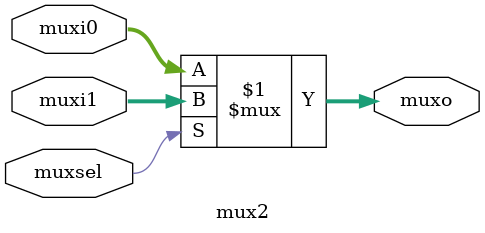
<source format=v>
module mux2 (
    muxi0, muxi1, muxo, muxsel
);

input [31:0] muxi0, muxi1;
output [31:0] muxo;
input muxsel;

assign muxo = muxsel ? muxi1 : muxi0;
    
endmodule
</source>
